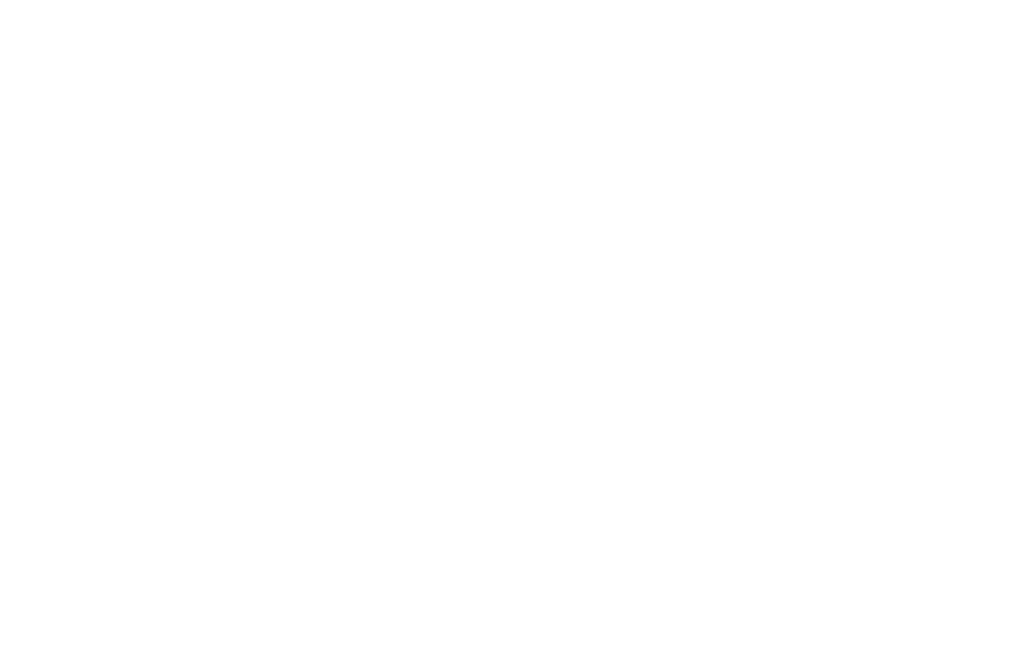
<source format=kicad_pcb>
(kicad_pcb (version 4) (host pcbnew 4.0.4+e1-6308~48~ubuntu14.04.1-stable)

  (general
    (links 0)
    (no_connects 0)
    (area 104.572999 74.854999 178.510001 123.265001)
    (thickness 1.6)
    (drawings 17)
    (tracks 0)
    (zones 0)
    (modules 0)
    (nets 1)
  )

  (page USLetter)
  (title_block
    (company "All Rights Reserved")
    (comment 1 help@browndoggadgets.com)
    (comment 2 http://www.browndoggadgets.com/)
    (comment 3 "Company: Brown Dog Gadgets")  
  )

  (layers
    (0 F.Cu signal)
    (31 B.Cu signal)
    (34 B.Paste user)
    (35 F.Paste user)
    (36 B.SilkS user)
    (37 F.SilkS user)
    (38 B.Mask user)
    (39 F.Mask user)
    (44 Edge.Cuts user)
    (46 B.CrtYd user)
    (47 F.CrtYd user)
    (48 B.Fab user)
    (49 F.Fab user)
  )

  (setup
    (last_trace_width 0.254)
    (user_trace_width 0.1524)
    (user_trace_width 0.254)
    (user_trace_width 0.3302)
    (user_trace_width 0.508)
    (user_trace_width 0.762)
    (user_trace_width 1.27)
    (trace_clearance 0.254)
    (zone_clearance 0.508)
    (zone_45_only no)
    (trace_min 0.1524)
    (segment_width 0.1524)
    (edge_width 0.1524)
    (via_size 0.6858)
    (via_drill 0.3302)
    (via_min_size 0.6858)
    (via_min_drill 0.3302)
    (user_via 0.6858 0.3302)
    (user_via 0.762 0.4064)
    (user_via 0.8636 0.508)
    (uvia_size 0.6858)
    (uvia_drill 0.3302)
    (uvias_allowed no)
    (uvia_min_size 0)
    (uvia_min_drill 0)
    (pcb_text_width 0.1524)
    (pcb_text_size 1.016 1.016)
    (mod_edge_width 0.1524)
    (mod_text_size 1.016 1.016)
    (mod_text_width 0.1524)
    (pad_size 1.524 1.524)
    (pad_drill 0.762)
    (pad_to_mask_clearance 0.0762)
    (solder_mask_min_width 0.1016)
    (pad_to_paste_clearance -0.0762)
    (aux_axis_origin 0 0)
    (visible_elements FFFEDF7D)
    (pcbplotparams
      (layerselection 0x310fc_80000001)
      (usegerberextensions true)
      (excludeedgelayer true)
      (linewidth 0.100000)
      (plotframeref false)
      (viasonmask false)
      (mode 1)
      (useauxorigin false)
      (hpglpennumber 1)
      (hpglpenspeed 20)
      (hpglpendiameter 15)
      (hpglpenoverlay 2)
      (psnegative false)
      (psa4output false)
      (plotreference true)
      (plotvalue true)
      (plotinvisibletext false)
      (padsonsilk false)
      (subtractmaskfromsilk false)
      (outputformat 1)
      (mirror false)
      (drillshape 0)
      (scaleselection 1)
      (outputdirectory gerbers))
  )

  (net 0 "")

  (net_class Default "This is the default net class."
    (clearance 0.254)
    (trace_width 0.254)
    (via_dia 0.6858)
    (via_drill 0.3302)
    (uvia_dia 0.6858)
    (uvia_drill 0.3302)
  )

  (gr_circle (center 117.348 76.962) (end 118.618 76.962) (layer Dwgs.User) (width 0.15))
  (gr_line (start 114.427 78.994) (end 114.427 74.93) (angle 90) (layer Dwgs.User) (width 0.15))
  (gr_line (start 120.269 78.994) (end 114.427 78.994) (angle 90) (layer Dwgs.User) (width 0.15))
  (gr_line (start 120.269 74.93) (end 120.269 78.994) (angle 90) (layer Dwgs.User) (width 0.15))
  (gr_line (start 114.427 74.93) (end 120.269 74.93) (angle 90) (layer Dwgs.User) (width 0.15))
  (gr_line (start 120.523 93.98) (end 104.648 93.98) (angle 90) (layer Dwgs.User) (width 0.15))
  (gr_line (start 173.355 102.235) (end 173.355 94.615) (angle 90) (layer Dwgs.User) (width 0.15))
  (gr_line (start 178.435 102.235) (end 173.355 102.235) (angle 90) (layer Dwgs.User) (width 0.15))
  (gr_line (start 178.435 94.615) (end 178.435 102.235) (angle 90) (layer Dwgs.User) (width 0.15))
  (gr_line (start 173.355 94.615) (end 178.435 94.615) (angle 90) (layer Dwgs.User) (width 0.15))
  (gr_line (start 109.093 123.19) (end 109.093 114.3) (angle 90) (layer Dwgs.User) (width 0.15))
  (gr_line (start 122.428 123.19) (end 109.093 123.19) (angle 90) (layer Dwgs.User) (width 0.15))
  (gr_line (start 122.428 114.3) (end 122.428 123.19) (angle 90) (layer Dwgs.User) (width 0.15))
  (gr_line (start 109.093 114.3) (end 122.428 114.3) (angle 90) (layer Dwgs.User) (width 0.15))
  (gr_line (start 104.648 93.98) (end 104.648 82.55) (angle 90) (layer Dwgs.User) (width 0.15))
  (gr_line (start 120.523 82.55) (end 120.523 93.98) (angle 90) (layer Dwgs.User) (width 0.15))
  (gr_line (start 104.648 82.55) (end 120.523 82.55) (angle 90) (layer Dwgs.User) (width 0.15))

)

</source>
